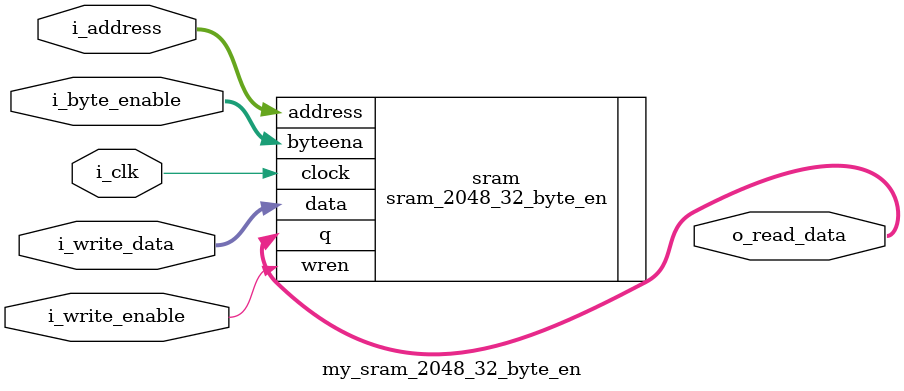
<source format=v>
`timescale 1 ps / 1 ps

module my_sram_2048_32_byte_en (
	input wire [11:0]i_address,
	input wire [3:0]i_byte_enable,
	input wire i_clk,
	input wire [31:0]i_write_data,
	input wire i_write_enable,
	output wire [31:0]o_read_data
	);

parameter DATA_WIDTH = 32;
parameter ADDRESS_WIDTH = 11;

sram_2048_32_byte_en sram(
	.address(i_address),
	.byteena(i_byte_enable),
	.clock(i_clk),
	.data(i_write_data),
	.wren(i_write_enable),
	.q(o_read_data)
	);
	
endmodule

</source>
